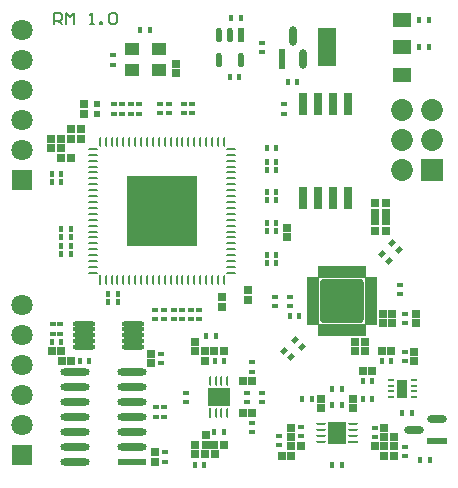
<source format=gts>
G04*
G04 #@! TF.GenerationSoftware,Altium Limited,Altium Designer,21.6.1 (37)*
G04*
G04 Layer_Color=8388736*
%FSLAX25Y25*%
%MOIN*%
G70*
G04*
G04 #@! TF.SameCoordinates,953C7FF0-8441-463C-8B19-84221F089CF9*
G04*
G04*
G04 #@! TF.FilePolarity,Negative*
G04*
G01*
G75*
%ADD11C,0.00787*%
%ADD13R,0.01575X0.01968*%
%ADD14R,0.02572X0.02572*%
%ADD15R,0.01968X0.01575*%
%ADD16R,0.23622X0.23622*%
%ADD17R,0.00876X0.03188*%
G04:AMPARAMS|DCode=18|XSize=31.88mil|YSize=8.76mil|CornerRadius=4.38mil|HoleSize=0mil|Usage=FLASHONLY|Rotation=90.000|XOffset=0mil|YOffset=0mil|HoleType=Round|Shape=RoundedRectangle|*
%AMROUNDEDRECTD18*
21,1,0.03188,0.00000,0,0,90.0*
21,1,0.02312,0.00876,0,0,90.0*
1,1,0.00876,0.00000,0.01156*
1,1,0.00876,0.00000,-0.01156*
1,1,0.00876,0.00000,-0.01156*
1,1,0.00876,0.00000,0.01156*
%
%ADD18ROUNDEDRECTD18*%
G04:AMPARAMS|DCode=19|XSize=8.76mil|YSize=31.88mil|CornerRadius=4.38mil|HoleSize=0mil|Usage=FLASHONLY|Rotation=90.000|XOffset=0mil|YOffset=0mil|HoleType=Round|Shape=RoundedRectangle|*
%AMROUNDEDRECTD19*
21,1,0.00876,0.02312,0,0,90.0*
21,1,0.00000,0.03188,0,0,90.0*
1,1,0.00876,0.01156,0.00000*
1,1,0.00876,0.01156,0.00000*
1,1,0.00876,-0.01156,0.00000*
1,1,0.00876,-0.01156,0.00000*
%
%ADD19ROUNDEDRECTD19*%
%ADD20R,0.03150X0.07480*%
%ADD21R,0.06299X0.12992*%
%ADD22R,0.06299X0.04724*%
G04:AMPARAMS|DCode=23|XSize=15.75mil|YSize=19.68mil|CornerRadius=0mil|HoleSize=0mil|Usage=FLASHONLY|Rotation=315.000|XOffset=0mil|YOffset=0mil|HoleType=Round|Shape=Rectangle|*
%AMROTATEDRECTD23*
4,1,4,-0.01253,-0.00139,0.00139,0.01253,0.01253,0.00139,-0.00139,-0.01253,-0.01253,-0.00139,0.0*
%
%ADD23ROTATEDRECTD23*%

%ADD24R,0.02572X0.02572*%
G04:AMPARAMS|DCode=25|XSize=19.68mil|YSize=9.84mil|CornerRadius=1.97mil|HoleSize=0mil|Usage=FLASHONLY|Rotation=0.000|XOffset=0mil|YOffset=0mil|HoleType=Round|Shape=RoundedRectangle|*
%AMROUNDEDRECTD25*
21,1,0.01968,0.00591,0,0,0.0*
21,1,0.01575,0.00984,0,0,0.0*
1,1,0.00394,0.00787,-0.00295*
1,1,0.00394,-0.00787,-0.00295*
1,1,0.00394,-0.00787,0.00295*
1,1,0.00394,0.00787,0.00295*
%
%ADD25ROUNDEDRECTD25*%
G04:AMPARAMS|DCode=26|XSize=35.43mil|YSize=62.99mil|CornerRadius=1.95mil|HoleSize=0mil|Usage=FLASHONLY|Rotation=0.000|XOffset=0mil|YOffset=0mil|HoleType=Round|Shape=RoundedRectangle|*
%AMROUNDEDRECTD26*
21,1,0.03543,0.05909,0,0,0.0*
21,1,0.03154,0.06299,0,0,0.0*
1,1,0.00390,0.01577,-0.02955*
1,1,0.00390,-0.01577,-0.02955*
1,1,0.00390,-0.01577,0.02955*
1,1,0.00390,0.01577,0.02955*
%
%ADD26ROUNDEDRECTD26*%
%ADD27R,0.06530X0.02468*%
G04:AMPARAMS|DCode=28|XSize=65.3mil|YSize=24.68mil|CornerRadius=12.34mil|HoleSize=0mil|Usage=FLASHONLY|Rotation=180.000|XOffset=0mil|YOffset=0mil|HoleType=Round|Shape=RoundedRectangle|*
%AMROUNDEDRECTD28*
21,1,0.06530,0.00000,0,0,180.0*
21,1,0.04063,0.02468,0,0,180.0*
1,1,0.02468,-0.02031,0.00000*
1,1,0.02468,0.02031,0.00000*
1,1,0.02468,0.02031,0.00000*
1,1,0.02468,-0.02031,0.00000*
%
%ADD28ROUNDEDRECTD28*%
G04:AMPARAMS|DCode=29|XSize=97.4mil|YSize=24.49mil|CornerRadius=12.25mil|HoleSize=0mil|Usage=FLASHONLY|Rotation=180.000|XOffset=0mil|YOffset=0mil|HoleType=Round|Shape=RoundedRectangle|*
%AMROUNDEDRECTD29*
21,1,0.09740,0.00000,0,0,180.0*
21,1,0.07291,0.02449,0,0,180.0*
1,1,0.02449,-0.03646,0.00000*
1,1,0.02449,0.03646,0.00000*
1,1,0.02449,0.03646,0.00000*
1,1,0.02449,-0.03646,0.00000*
%
%ADD29ROUNDEDRECTD29*%
%ADD30R,0.09740X0.02449*%
%ADD31R,0.04147X0.01981*%
G04:AMPARAMS|DCode=32|XSize=145.8mil|YSize=145.8mil|CornerRadius=10.89mil|HoleSize=0mil|Usage=FLASHONLY|Rotation=90.000|XOffset=0mil|YOffset=0mil|HoleType=Round|Shape=RoundedRectangle|*
%AMROUNDEDRECTD32*
21,1,0.14580,0.12402,0,0,90.0*
21,1,0.12402,0.14580,0,0,90.0*
1,1,0.02178,0.06201,0.06201*
1,1,0.02178,0.06201,-0.06201*
1,1,0.02178,-0.06201,-0.06201*
1,1,0.02178,-0.06201,0.06201*
%
%ADD32ROUNDEDRECTD32*%
%ADD33R,0.01981X0.04147*%
%ADD34R,0.02362X0.01968*%
%ADD35R,0.07244X0.06102*%
%ADD36R,0.00955X0.03188*%
G04:AMPARAMS|DCode=37|XSize=31.88mil|YSize=9.55mil|CornerRadius=4.77mil|HoleSize=0mil|Usage=FLASHONLY|Rotation=90.000|XOffset=0mil|YOffset=0mil|HoleType=Round|Shape=RoundedRectangle|*
%AMROUNDEDRECTD37*
21,1,0.03188,0.00000,0,0,90.0*
21,1,0.02233,0.00955,0,0,90.0*
1,1,0.00955,0.00000,0.01116*
1,1,0.00955,0.00000,-0.01116*
1,1,0.00955,0.00000,-0.01116*
1,1,0.00955,0.00000,0.01116*
%
%ADD37ROUNDEDRECTD37*%
%ADD38R,0.02468X0.06530*%
G04:AMPARAMS|DCode=39|XSize=65.3mil|YSize=24.68mil|CornerRadius=12.34mil|HoleSize=0mil|Usage=FLASHONLY|Rotation=90.000|XOffset=0mil|YOffset=0mil|HoleType=Round|Shape=RoundedRectangle|*
%AMROUNDEDRECTD39*
21,1,0.06530,0.00000,0,0,90.0*
21,1,0.04063,0.02468,0,0,90.0*
1,1,0.02468,0.00000,0.02031*
1,1,0.02468,0.00000,-0.02031*
1,1,0.02468,0.00000,-0.02031*
1,1,0.02468,0.00000,0.02031*
%
%ADD39ROUNDEDRECTD39*%
%ADD40R,0.02095X0.04745*%
G04:AMPARAMS|DCode=41|XSize=47.45mil|YSize=20.95mil|CornerRadius=10.48mil|HoleSize=0mil|Usage=FLASHONLY|Rotation=270.000|XOffset=0mil|YOffset=0mil|HoleType=Round|Shape=RoundedRectangle|*
%AMROUNDEDRECTD41*
21,1,0.04745,0.00000,0,0,270.0*
21,1,0.02650,0.02095,0,0,270.0*
1,1,0.02095,0.00000,-0.01325*
1,1,0.02095,0.00000,0.01325*
1,1,0.02095,0.00000,0.01325*
1,1,0.02095,0.00000,-0.01325*
%
%ADD41ROUNDEDRECTD41*%
%ADD42R,0.06102X0.07244*%
%ADD43R,0.03188X0.00955*%
G04:AMPARAMS|DCode=44|XSize=31.88mil|YSize=9.55mil|CornerRadius=4.77mil|HoleSize=0mil|Usage=FLASHONLY|Rotation=180.000|XOffset=0mil|YOffset=0mil|HoleType=Round|Shape=RoundedRectangle|*
%AMROUNDEDRECTD44*
21,1,0.03188,0.00000,0,0,180.0*
21,1,0.02233,0.00955,0,0,180.0*
1,1,0.00955,-0.01116,0.00000*
1,1,0.00955,0.01116,0.00000*
1,1,0.00955,0.01116,0.00000*
1,1,0.00955,-0.01116,0.00000*
%
%ADD44ROUNDEDRECTD44*%
%ADD45O,0.07493X0.01981*%
%ADD46R,0.05118X0.04134*%
%ADD47C,0.07099*%
%ADD48R,0.07099X0.07099*%
%ADD49C,0.07296*%
%ADD50R,0.07296X0.07296*%
D11*
X382480Y320177D02*
Y324113D01*
X384448D01*
X385104Y323457D01*
Y322145D01*
X384448Y321489D01*
X382480D01*
X383792D02*
X385104Y320177D01*
X386416D02*
Y324113D01*
X387728Y322801D01*
X389040Y324113D01*
Y320177D01*
X394287D02*
X395599D01*
X394943D01*
Y324113D01*
X394287Y323457D01*
X397567Y320177D02*
Y320833D01*
X398223D01*
Y320177D01*
X397567D01*
X400847Y323457D02*
X401503Y324113D01*
X402815D01*
X403471Y323457D01*
Y320833D01*
X402815Y320177D01*
X401503D01*
X400847Y320833D01*
Y323457D01*
D13*
X387992Y251969D02*
D03*
X384842D02*
D03*
X387992Y249213D02*
D03*
X384842D02*
D03*
X387992Y246457D02*
D03*
X384842D02*
D03*
X387992Y243701D02*
D03*
X384842D02*
D03*
X403543Y227559D02*
D03*
X400394D02*
D03*
X403543Y230315D02*
D03*
X400394D02*
D03*
X414272Y318406D02*
D03*
X411122D02*
D03*
X444193Y302658D02*
D03*
X441043D02*
D03*
X463484Y300886D02*
D03*
X460335D02*
D03*
X504134Y312500D02*
D03*
X507283D02*
D03*
X504134Y321555D02*
D03*
X507283D02*
D03*
X444587Y322441D02*
D03*
X441437D02*
D03*
X494685Y208071D02*
D03*
X491535D02*
D03*
X488386Y201476D02*
D03*
X485236D02*
D03*
X498508Y190665D02*
D03*
X501657D02*
D03*
X504528Y174902D02*
D03*
X507677D02*
D03*
X461024Y223130D02*
D03*
X464173D02*
D03*
X453346Y243311D02*
D03*
X456496D02*
D03*
X453346Y240551D02*
D03*
X456496D02*
D03*
X453346Y253937D02*
D03*
X456496D02*
D03*
X453346Y251205D02*
D03*
X456496D02*
D03*
X453248Y261614D02*
D03*
X456398D02*
D03*
X453252Y264366D02*
D03*
X456402D02*
D03*
X453248Y271555D02*
D03*
X456398D02*
D03*
X453248Y274311D02*
D03*
X456398D02*
D03*
X453248Y279134D02*
D03*
X456398D02*
D03*
X384744Y267618D02*
D03*
X381594D02*
D03*
X384744Y270374D02*
D03*
X381594D02*
D03*
X438976Y184252D02*
D03*
X435827D02*
D03*
X432480Y173425D02*
D03*
X429331D02*
D03*
X435925Y208071D02*
D03*
X439075D02*
D03*
X433071Y216339D02*
D03*
X436220D02*
D03*
X485236Y195374D02*
D03*
X488386D02*
D03*
X478346Y173228D02*
D03*
X475197D02*
D03*
X468209Y195374D02*
D03*
X465059D02*
D03*
X475197Y193405D02*
D03*
X478346D02*
D03*
X475197Y198523D02*
D03*
X478346D02*
D03*
X390945Y208071D02*
D03*
X394094D02*
D03*
X381594Y214272D02*
D03*
X384744D02*
D03*
D14*
X446949Y231594D02*
D03*
Y228445D02*
D03*
X438386Y229232D02*
D03*
Y226083D02*
D03*
X422933Y303937D02*
D03*
Y307087D02*
D03*
X489468Y257480D02*
D03*
Y260630D02*
D03*
X493012Y257480D02*
D03*
Y260630D02*
D03*
X489468Y251378D02*
D03*
Y254528D02*
D03*
X493012Y251378D02*
D03*
Y254528D02*
D03*
X503150Y220571D02*
D03*
Y223721D02*
D03*
X502362Y211024D02*
D03*
Y207874D02*
D03*
X482677Y211221D02*
D03*
Y214370D02*
D03*
X485925Y211221D02*
D03*
Y214370D02*
D03*
X460138Y252461D02*
D03*
Y249311D02*
D03*
X392421Y290453D02*
D03*
Y293602D02*
D03*
X384842Y278839D02*
D03*
Y281988D02*
D03*
X381398D02*
D03*
Y278839D02*
D03*
X432972Y180118D02*
D03*
Y183268D02*
D03*
X429331Y176969D02*
D03*
Y180118D02*
D03*
X432677Y211221D02*
D03*
Y208071D02*
D03*
X429331Y211221D02*
D03*
Y214370D02*
D03*
X495768Y179626D02*
D03*
X482087Y195374D02*
D03*
Y192224D02*
D03*
X495768Y182775D02*
D03*
X492520Y185827D02*
D03*
Y182677D02*
D03*
X461417Y185827D02*
D03*
Y182677D02*
D03*
X471358Y195374D02*
D03*
Y192224D02*
D03*
X416043Y177559D02*
D03*
Y174409D02*
D03*
X414764Y210335D02*
D03*
Y207185D02*
D03*
D15*
X427953Y225000D02*
D03*
Y221850D02*
D03*
X430709Y225000D02*
D03*
Y221850D02*
D03*
X422244Y225028D02*
D03*
Y221878D02*
D03*
X425000Y225000D02*
D03*
Y221850D02*
D03*
X418898Y225000D02*
D03*
Y221850D02*
D03*
X416142Y225000D02*
D03*
Y221850D02*
D03*
X401968Y306791D02*
D03*
Y309941D02*
D03*
X458957Y290354D02*
D03*
Y293504D02*
D03*
X451673Y314075D02*
D03*
Y310925D02*
D03*
X497638Y230217D02*
D03*
Y233366D02*
D03*
X499311Y220669D02*
D03*
Y223819D02*
D03*
X499213Y207874D02*
D03*
Y211024D02*
D03*
X416240Y189370D02*
D03*
Y192520D02*
D03*
X418996Y189370D02*
D03*
Y192520D02*
D03*
X384449Y220276D02*
D03*
Y217126D02*
D03*
X381890Y220276D02*
D03*
Y217126D02*
D03*
X456004Y226181D02*
D03*
Y229331D02*
D03*
X460925Y226181D02*
D03*
Y229331D02*
D03*
X428346Y290551D02*
D03*
Y293701D02*
D03*
X425591Y290551D02*
D03*
Y293701D02*
D03*
X420571Y290551D02*
D03*
Y293701D02*
D03*
X417815Y290551D02*
D03*
Y293701D02*
D03*
X410728Y290453D02*
D03*
Y293602D02*
D03*
X407972Y290453D02*
D03*
Y293602D02*
D03*
X405193Y290453D02*
D03*
Y293602D02*
D03*
X402461Y290453D02*
D03*
Y293602D02*
D03*
X448524Y187402D02*
D03*
Y184252D02*
D03*
X426378Y194291D02*
D03*
Y197441D02*
D03*
X448524Y204429D02*
D03*
Y207579D02*
D03*
X446555Y197441D02*
D03*
Y194291D02*
D03*
X451673Y197441D02*
D03*
Y194291D02*
D03*
X499213Y179331D02*
D03*
X489370Y185827D02*
D03*
Y182677D02*
D03*
X499213Y176181D02*
D03*
X464567Y182874D02*
D03*
Y186023D02*
D03*
X457283Y179921D02*
D03*
Y183071D02*
D03*
X419291Y174409D02*
D03*
Y177559D02*
D03*
X418012Y207283D02*
D03*
Y210433D02*
D03*
D16*
X418283Y258044D02*
D03*
D17*
X397614Y235008D02*
D03*
D18*
X399583D02*
D03*
X401551D02*
D03*
X403520D02*
D03*
X405488D02*
D03*
X407457D02*
D03*
X409425D02*
D03*
X411394D02*
D03*
X413362D02*
D03*
X415331D02*
D03*
X417299D02*
D03*
X419268D02*
D03*
X421236D02*
D03*
X423205D02*
D03*
X425173D02*
D03*
X427142D02*
D03*
X429110D02*
D03*
X431079D02*
D03*
X433047D02*
D03*
X435016D02*
D03*
X436984D02*
D03*
X438953D02*
D03*
Y281081D02*
D03*
X436984D02*
D03*
X435016D02*
D03*
X433047D02*
D03*
X431079D02*
D03*
X429110D02*
D03*
X427142D02*
D03*
X425173D02*
D03*
X423205D02*
D03*
X421236D02*
D03*
X419268D02*
D03*
X417299D02*
D03*
X415331D02*
D03*
X413362D02*
D03*
X411394D02*
D03*
X409425D02*
D03*
X407457D02*
D03*
X405488D02*
D03*
X403520D02*
D03*
X401551D02*
D03*
X399583D02*
D03*
X397614D02*
D03*
D19*
X441320Y237375D02*
D03*
Y239344D02*
D03*
Y241312D02*
D03*
Y243281D02*
D03*
Y245249D02*
D03*
Y247217D02*
D03*
Y249186D02*
D03*
Y251154D02*
D03*
Y253123D02*
D03*
Y255092D02*
D03*
Y257060D02*
D03*
Y259029D02*
D03*
Y260997D02*
D03*
Y262965D02*
D03*
Y264934D02*
D03*
Y266903D02*
D03*
Y268871D02*
D03*
Y270840D02*
D03*
Y272808D02*
D03*
Y274777D02*
D03*
Y276745D02*
D03*
Y278714D02*
D03*
X395247D02*
D03*
Y276745D02*
D03*
Y274777D02*
D03*
Y272808D02*
D03*
Y270840D02*
D03*
Y268871D02*
D03*
Y266903D02*
D03*
Y264934D02*
D03*
Y262965D02*
D03*
Y260997D02*
D03*
Y259029D02*
D03*
Y257060D02*
D03*
Y255092D02*
D03*
Y253123D02*
D03*
Y251154D02*
D03*
Y249186D02*
D03*
Y247217D02*
D03*
Y245249D02*
D03*
Y243281D02*
D03*
Y241312D02*
D03*
Y239344D02*
D03*
Y237375D02*
D03*
D20*
X465531Y262402D02*
D03*
X470532D02*
D03*
X475531D02*
D03*
X480532D02*
D03*
Y293504D02*
D03*
X475531D02*
D03*
X470532D02*
D03*
X465531D02*
D03*
D21*
X473327Y312500D02*
D03*
D22*
X498524Y321555D02*
D03*
Y312500D02*
D03*
Y303445D02*
D03*
D23*
X491671Y243664D02*
D03*
X493898Y241437D02*
D03*
X495146Y247177D02*
D03*
X497373Y244949D02*
D03*
X461417Y209252D02*
D03*
X459190Y211479D02*
D03*
X464961Y212697D02*
D03*
X462734Y214924D02*
D03*
D24*
X495177Y223819D02*
D03*
X492028D02*
D03*
X495177Y220571D02*
D03*
X492028D02*
D03*
X494685Y211221D02*
D03*
X491535D02*
D03*
X488386Y204626D02*
D03*
X485236D02*
D03*
X388189Y285335D02*
D03*
X391339D02*
D03*
X391339Y281988D02*
D03*
X388189D02*
D03*
X384842Y275689D02*
D03*
X387992D02*
D03*
X448524Y190551D02*
D03*
X445374D02*
D03*
X432776Y176870D02*
D03*
X435925D02*
D03*
X438976Y180118D02*
D03*
X435827D02*
D03*
X438976Y211221D02*
D03*
X435827D02*
D03*
X448524Y201280D02*
D03*
X445374D02*
D03*
X492520Y179823D02*
D03*
X489370D02*
D03*
X495669Y176181D02*
D03*
X492520D02*
D03*
X461417Y179823D02*
D03*
X464567D02*
D03*
X458268Y176181D02*
D03*
X461417D02*
D03*
X384941Y208071D02*
D03*
X388090D02*
D03*
X384744Y211417D02*
D03*
X381594D02*
D03*
D25*
X494783Y201772D02*
D03*
Y199803D02*
D03*
Y197835D02*
D03*
Y195866D02*
D03*
X502264D02*
D03*
Y197835D02*
D03*
Y199803D02*
D03*
Y201772D02*
D03*
D26*
X498524Y198819D02*
D03*
D27*
X510145Y181437D02*
D03*
D28*
Y188642D02*
D03*
X502454Y185039D02*
D03*
D29*
X389440Y174409D02*
D03*
Y179409D02*
D03*
Y184409D02*
D03*
Y189409D02*
D03*
Y194409D02*
D03*
Y199409D02*
D03*
Y204409D02*
D03*
X408465D02*
D03*
Y199409D02*
D03*
Y194409D02*
D03*
Y189409D02*
D03*
Y184409D02*
D03*
Y179409D02*
D03*
D30*
Y174409D02*
D03*
D31*
X487992Y234941D02*
D03*
Y232972D02*
D03*
Y231004D02*
D03*
Y229035D02*
D03*
Y227067D02*
D03*
Y225098D02*
D03*
Y223130D02*
D03*
Y221161D02*
D03*
X468701D02*
D03*
Y223130D02*
D03*
Y225098D02*
D03*
Y227067D02*
D03*
Y229035D02*
D03*
Y231004D02*
D03*
Y232972D02*
D03*
Y234941D02*
D03*
D32*
X478346Y228051D02*
D03*
D33*
X471457Y237697D02*
D03*
X473425D02*
D03*
X475394D02*
D03*
X477362D02*
D03*
X479331D02*
D03*
X481299D02*
D03*
X483268D02*
D03*
X485236D02*
D03*
Y218406D02*
D03*
X483268D02*
D03*
X481299D02*
D03*
X479331D02*
D03*
X475394D02*
D03*
X471457D02*
D03*
X477362D02*
D03*
X473425D02*
D03*
D34*
X396850Y293799D02*
D03*
Y290256D02*
D03*
D35*
X437205Y195866D02*
D03*
D36*
X434252Y190546D02*
D03*
D37*
X436220D02*
D03*
X438189D02*
D03*
X440158D02*
D03*
Y201186D02*
D03*
X438189D02*
D03*
X436220D02*
D03*
X434252D02*
D03*
D38*
X458268Y308661D02*
D03*
D39*
X465472D02*
D03*
X461870Y316352D02*
D03*
D40*
X444783Y316642D02*
D03*
D41*
X441043D02*
D03*
X437303D02*
D03*
Y308371D02*
D03*
X444783D02*
D03*
D42*
X476772Y184055D02*
D03*
D43*
X482092Y181102D02*
D03*
D44*
Y183071D02*
D03*
Y185039D02*
D03*
Y187008D02*
D03*
X471452D02*
D03*
Y185039D02*
D03*
Y183071D02*
D03*
Y181102D02*
D03*
D45*
X392520Y220472D02*
D03*
Y218504D02*
D03*
Y216535D02*
D03*
Y214567D02*
D03*
Y212598D02*
D03*
X408661Y220472D02*
D03*
Y218504D02*
D03*
Y216535D02*
D03*
Y214567D02*
D03*
Y212598D02*
D03*
D46*
X417323Y312008D02*
D03*
X408268D02*
D03*
Y305118D02*
D03*
X417323D02*
D03*
D47*
X371555Y226575D02*
D03*
Y216575D02*
D03*
Y196575D02*
D03*
Y186575D02*
D03*
Y206575D02*
D03*
Y318189D02*
D03*
Y308189D02*
D03*
Y288189D02*
D03*
Y278189D02*
D03*
Y298189D02*
D03*
D48*
Y176575D02*
D03*
Y268189D02*
D03*
D49*
X498465Y281752D02*
D03*
Y271752D02*
D03*
X508465Y281752D02*
D03*
Y291752D02*
D03*
X498465D02*
D03*
D50*
X508465Y271752D02*
D03*
M02*

</source>
